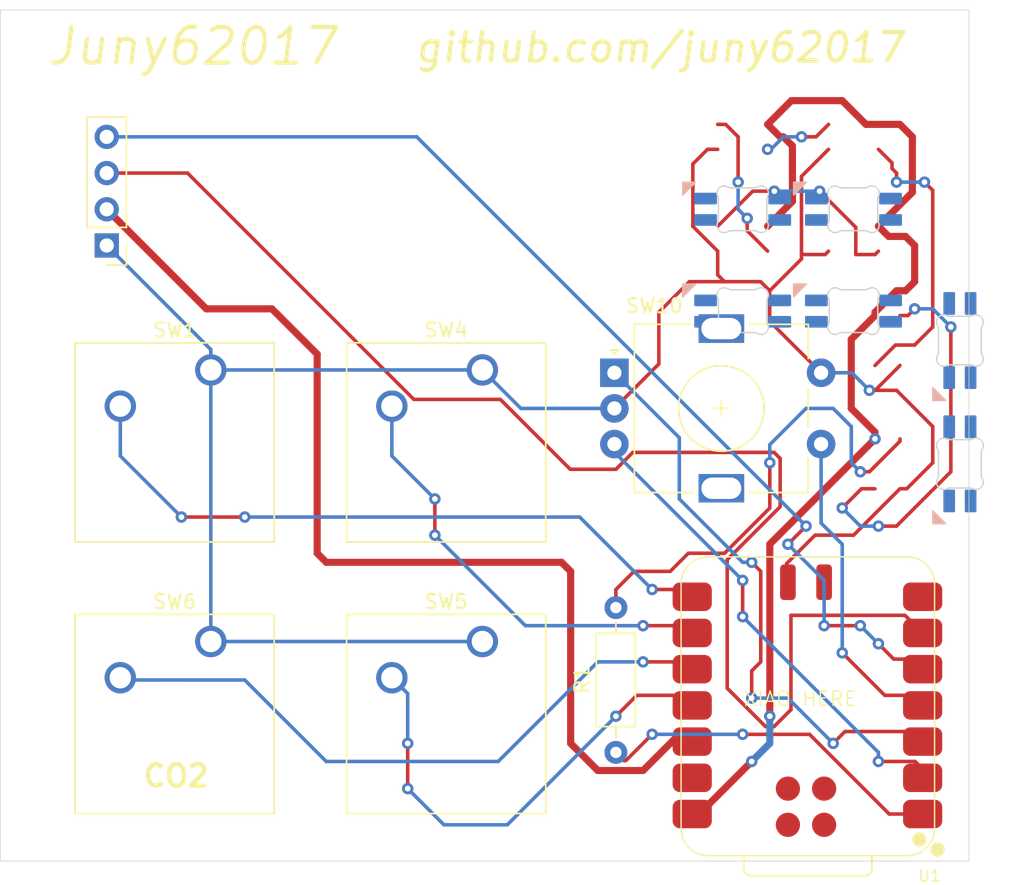
<source format=kicad_pcb>
(kicad_pcb (version 20241229) (generator "pcbnew") (generator_version "9.0")
  (layers (0 "F.Cu" signal) (2 "B.Cu" signal) (13 "F.Paste" user) (15 "B.Paste" user) (5 "F.SilkS" user "F.Silkscreen") (7 "B.SilkS" user "B.Silkscreen") (1 "F.Mask" user) (3 "B.Mask" user) (25 "Edge.Cuts" user))
  (net 0 "")
  (net 1 "GND")
  (net 2 "Net-(D2-DOUT)")
  (net 3 "Net-(D2-DIN)")
  (net 4 "+5V")
  (net 5 "Net-(D3-DOUT)")
  (net 6 "Net-(D5-DIN)")
  (net 7 "Net-(D8-DOUT)")
  (net 8 "+3.3V")
  (net 9 "Net-(J1-Pin_3)")
  (net 10 "Net-(J1-Pin_4)")
  (net 11 "Net-(U1-GPIO26_A0_D0)")
  (net 12 "Net-(U1-GPIO1_D7_CSn_RX)")
  (net 13 "Net-(U1-GPIO2_D8_SCK)")
  (net 14 "Net-(U1-GPIO3_D10_MOSI)")
  (net 15 "Net-(U1-GPIO4_D9_MISO)")
  (net 16 "Net-(U1-GPIO28_A2_D2)")
  (net 17 "Net-(U1-GPIO29_A3_D3)")
  (net 18 "Net-(U1-GPIO27_A1_D1)")
  (net 26 "Net-(D4-DIN)")
  (footprint "Connector_PinHeader_2.54mm:PinHeader_1x04_P2.54mm_Vertical" (layer "F.Cu") (at 80.48625 92.71 180)
    (property "Reference" "J1" (hide yes))
    (property "Value" "Conn_01x04" (hide yes))
    (pad "1" thru_hole rect (at 0 0 180) (size 1.7 1.7) (drill 1) (layers "*.Cu" "*.Mask") (net 1 "GND"))
    (pad "2" thru_hole circle (at 0 2.54 180) (size 1.7 1.7) (drill 1) (layers "*.Cu" "*.Mask") (net 8 "+3.3V"))
    (pad "3" thru_hole circle (at 0 5.08 180) (size 1.7 1.7) (drill 1) (layers "*.Cu" "*.Mask") (net 9 "Net-(J1-Pin_3)"))
    (pad "4" thru_hole circle (at 0 7.62 180) (size 1.7 1.7) (drill 1) (layers "*.Cu" "*.Mask") (net 10 "Net-(J1-Pin_4)"))
  )
  (footprint "Button_Switch_Keyboard:SW_Cherry_MX_1.00u_PCB" (layer "F.Cu") (at 87.78875 101.44125)
    (property "Reference" "SW1" (at -2.54 -2.794 0) (layer "F.SilkS"))
    (property "Value" "SW_Push")
    (pad "" np_thru_hole circle (at -7.62 5.08) (size 1.7 1.7) (drill 1.7) (layers "*.Cu" "*.Mask"))
    (pad "" np_thru_hole circle (at -2.54 5.08) (size 4 4) (drill 4) (layers "*.Cu" "*.Mask"))
    (pad "" np_thru_hole circle (at 2.54 5.08) (size 1.7 1.7) (drill 1.7) (layers "*.Cu" "*.Mask"))
    (pad "1" thru_hole circle (at 0 0) (size 2.2 2.2) (drill 1.5) (layers "*.Cu" "*.Mask") (net 1 "GND"))
    (pad "2" thru_hole circle (at -6.35 2.54) (size 2.2 2.2) (drill 1.5) (layers "*.Cu" "*.Mask") (net 12 "Net-(U1-GPIO1_D7_CSn_RX)"))
  )
  (footprint "Button_Switch_Keyboard:SW_Cherry_MX_1.00u_PCB" (layer "F.Cu") (at 106.83875 101.44125)
    (property "Reference" "SW4" (at -2.54 -2.794 0) (layer "F.SilkS"))
    (property "Value" "SW_Push")
    (pad "" np_thru_hole circle (at -7.62 5.08) (size 1.7 1.7) (drill 1.7) (layers "*.Cu" "*.Mask"))
    (pad "" np_thru_hole circle (at -2.54 5.08) (size 4 4) (drill 4) (layers "*.Cu" "*.Mask"))
    (pad "" np_thru_hole circle (at 2.54 5.08) (size 1.7 1.7) (drill 1.7) (layers "*.Cu" "*.Mask"))
    (pad "1" thru_hole circle (at 0 0) (size 2.2 2.2) (drill 1.5) (layers "*.Cu" "*.Mask") (net 1 "GND"))
    (pad "2" thru_hole circle (at -6.35 2.54) (size 2.2 2.2) (drill 1.5) (layers "*.Cu" "*.Mask") (net 13 "Net-(U1-GPIO2_D8_SCK)"))
  )
  (footprint "Hackclub Footprints:MX_SK6812MINI-E_REV" (layer "F.Cu") (at 132.87 85.09)
    (property "Reference" "D3" (hide yes))
    (property "Value" "SK6812MINI")
    (fp_line (start -1.699999 5.782842) (end -1.699999 4.377158) (stroke (width 0.1)) (layer "Edge.Cuts"))
    (fp_line (start -0.794452 3.58) (end 0.794452 3.58) (stroke (width 0.1)) (layer "Edge.Cuts"))
    (fp_line (start 0.794452 6.579999) (end -0.794453 6.579999) (stroke (width 0.1)) (layer "Edge.Cuts"))
    (fp_line (start 1.699999 4.377158) (end 1.699999 5.782842) (stroke (width 0.1)) (layer "Edge.Cuts"))
    (fp_arc (start -1.749484 4.16028) (mid -1.712527 4.265932) (end -1.699999 4.377158) (stroke (width 0.1)) (layer "Edge.Cuts"))
    (fp_arc (start -1.749484 4.160281) (mid -1.638072 3.575965) (end -1.046711 3.511701) (stroke (width 0.1)) (layer "Edge.Cuts"))
    (fp_arc (start -1.699999 5.782843) (mid -1.712527 5.894068) (end -1.749484 5.99972) (stroke (width 0.1)) (layer "Edge.Cuts"))
    (fp_arc (start -1.046711 6.648298) (mid -1.638071 6.584034) (end -1.749484 5.99972) (stroke (width 0.1)) (layer "Edge.Cuts"))
    (fp_arc (start -1.046711 6.648298) (mid -0.925123 6.597376) (end -0.794453 6.579999) (stroke (width 0.1)) (layer "Edge.Cuts"))
    (fp_arc (start -0.794452 3.58) (mid -0.925123 3.562623) (end -1.046711 3.511701) (stroke (width 0.1)) (layer "Edge.Cuts"))
    (fp_arc (start 0.794453 6.58) (mid 0.925123 6.597377) (end 1.046711 6.648299) (stroke (width 0.1)) (layer "Edge.Cuts"))
    (fp_arc (start 1.04671 3.511701) (mid 0.925122 3.562623) (end 0.794452 3.58) (stroke (width 0.1)) (layer "Edge.Cuts"))
    (fp_arc (start 1.046711 3.511703) (mid 1.63807 3.575966) (end 1.749484 4.16028) (stroke (width 0.1)) (layer "Edge.Cuts"))
    (fp_arc (start 1.699999 4.377157) (mid 1.712527 4.265932) (end 1.749484 4.16028) (stroke (width 0.1)) (layer "Edge.Cuts"))
    (fp_arc (start 1.749484 5.99972) (mid 1.638071 6.584035) (end 1.046711 6.648299) (stroke (width 0.1)) (layer "Edge.Cuts"))
    (fp_arc (start 1.749484 5.99972) (mid 1.712527 5.894068) (end 1.699999 5.782842) (stroke (width 0.1)) (layer "Edge.Cuts"))
    (pad "1" smd roundrect (at 2.6 5.83 90) (size 0.82 1.6) (layers "B.Cu" "B.Mask" "B.Paste") (roundrect_rratio 0.1) (net 5 "Net-(D3-DOUT)"))
    (pad "2" smd roundrect (at 2.6 4.33 90) (size 0.82 1.6) (layers "B.Cu" "B.Mask" "B.Paste") (roundrect_rratio 0.1) (net 1 "GND"))
    (pad "3" smd roundrect (at -2.6 4.33 90) (size 0.82 1.6) (layers "B.Cu" "B.Mask" "B.Paste") (roundrect_rratio 0.1) (net 2 "Net-(D2-DOUT)"))
    (pad "4" smd roundrect (at -2.6 5.83 90) (size 0.82 1.6) (layers "B.Cu" "B.Mask" "B.Paste") (roundrect_rratio 0.1) (net 4 "+5V"))
  )
  (footprint "Hackclub Footprints:MX_SK6812MINI-E_REV" (layer "F.Cu") (at 125.095 92.23375)
    (property "Reference" "D9" (hide yes))
    (property "Value" "SK6812MINI")
    (fp_line (start -1.699999 5.782842) (end -1.699999 4.377158) (stroke (width 0.1)) (layer "Edge.Cuts"))
    (fp_line (start -0.794452 3.58) (end 0.794452 3.58) (stroke (width 0.1)) (layer "Edge.Cuts"))
    (fp_line (start 0.794452 6.579999) (end -0.794453 6.579999) (stroke (width 0.1)) (layer "Edge.Cuts"))
    (fp_line (start 1.699999 4.377158) (end 1.699999 5.782842) (stroke (width 0.1)) (layer "Edge.Cuts"))
    (fp_arc (start -1.749484 4.16028) (mid -1.712527 4.265932) (end -1.699999 4.377158) (stroke (width 0.1)) (layer "Edge.Cuts"))
    (fp_arc (start -1.749484 4.160281) (mid -1.638072 3.575965) (end -1.046711 3.511701) (stroke (width 0.1)) (layer "Edge.Cuts"))
    (fp_arc (start -1.699999 5.782843) (mid -1.712527 5.894068) (end -1.749484 5.99972) (stroke (width 0.1)) (layer "Edge.Cuts"))
    (fp_arc (start -1.046711 6.648298) (mid -1.638071 6.584034) (end -1.749484 5.99972) (stroke (width 0.1)) (layer "Edge.Cuts"))
    (fp_arc (start -1.046711 6.648298) (mid -0.925123 6.597376) (end -0.794453 6.579999) (stroke (width 0.1)) (layer "Edge.Cuts"))
    (fp_arc (start -0.794452 3.58) (mid -0.925123 3.562623) (end -1.046711 3.511701) (stroke (width 0.1)) (layer "Edge.Cuts"))
    (fp_arc (start 0.794453 6.58) (mid 0.925123 6.597377) (end 1.046711 6.648299) (stroke (width 0.1)) (layer "Edge.Cuts"))
    (fp_arc (start 1.04671 3.511701) (mid 0.925122 3.562623) (end 0.794452 3.58) (stroke (width 0.1)) (layer "Edge.Cuts"))
    (fp_arc (start 1.046711 3.511703) (mid 1.63807 3.575966) (end 1.749484 4.16028) (stroke (width 0.1)) (layer "Edge.Cuts"))
    (fp_arc (start 1.699999 4.377157) (mid 1.712527 4.265932) (end 1.749484 4.16028) (stroke (width 0.1)) (layer "Edge.Cuts"))
    (fp_arc (start 1.749484 5.99972) (mid 1.638071 6.584035) (end 1.046711 6.648299) (stroke (width 0.1)) (layer "Edge.Cuts"))
    (fp_arc (start 1.749484 5.99972) (mid 1.712527 5.894068) (end 1.699999 5.782842) (stroke (width 0.1)) (layer "Edge.Cuts"))
    (pad "1" smd roundrect (at 2.6 5.83 90) (size 0.82 1.6) (layers "B.Cu" "B.Mask" "B.Paste") (roundrect_rratio 0.1) (net 6 "Net-(D5-DIN)"))
    (pad "2" smd roundrect (at 2.6 4.33 90) (size 0.82 1.6) (layers "B.Cu" "B.Mask" "B.Paste") (roundrect_rratio 0.1) (net 1 "GND"))
    (pad "3" smd roundrect (at -2.6 4.33 90) (size 0.82 1.6) (layers "B.Cu" "B.Mask" "B.Paste") (roundrect_rratio 0.1) (net 7 "Net-(D8-DOUT)"))
    (pad "4" smd roundrect (at -2.6 5.83 90) (size 0.82 1.6) (layers "B.Cu" "B.Mask" "B.Paste") (roundrect_rratio 0.1) (net 4 "+5V"))
  )
  (footprint "Button_Switch_Keyboard:SW_Cherry_MX_1.00u_PCB" (layer "F.Cu") (at 87.78875 120.49125)
    (property "Reference" "SW6" (at -2.54 -2.794 0) (layer "F.SilkS"))
    (property "Value" "SW_Push")
    (pad "" np_thru_hole circle (at -7.62 5.08) (size 1.7 1.7) (drill 1.7) (layers "*.Cu" "*.Mask"))
    (pad "" np_thru_hole circle (at -2.54 5.08) (size 4 4) (drill 4) (layers "*.Cu" "*.Mask"))
    (pad "" np_thru_hole circle (at 2.54 5.08) (size 1.7 1.7) (drill 1.7) (layers "*.Cu" "*.Mask"))
    (pad "1" thru_hole circle (at 0 0) (size 2.2 2.2) (drill 1.5) (layers "*.Cu" "*.Mask") (net 1 "GND"))
    (pad "2" thru_hole circle (at -6.35 2.54) (size 2.2 2.2) (drill 1.5) (layers "*.Cu" "*.Mask") (net 15 "Net-(U1-GPIO4_D9_MISO)"))
  )
  (footprint "Resistor_THT:R_Axial_DIN0207_L6.3mm_D2.5mm_P10.16mm_Horizontal" (layer "F.Cu") (at 116.205 128.27 90)
    (property "Reference" "R1" (at 5.08 -2.37 90) (layer "F.SilkS"))
    (property "Value" "R")
    (pad "1" thru_hole circle (at 0 0 90) (size 1.6 1.6) (drill 0.8) (layers "*.Cu" "*.Mask") (net 11 "Net-(U1-GPIO26_A0_D0)"))
    (pad "2" thru_hole circle (at 10.16 0 90) (size 1.6 1.6) (drill 0.8) (layers "*.Cu" "*.Mask") (net 26 "Net-(D4-DIN)"))
  )
  (footprint "Rotary_Encoder:RotaryEncoder_Alps_EC11E-Switch_Vertical_H20mm" (layer "F.Cu") (at 116.09875 101.64)
    (property "Reference" "SW10" (at 2.8 -4.7 0) (layer "F.SilkS"))
    (property "Value" "RotaryEncoder_Switch")
    (pad "A" thru_hole rect (at 0 0) (size 2 2) (drill 1) (layers "*.Cu" "*.Mask") (net 16 "Net-(U1-GPIO28_A2_D2)"))
    (pad "B" thru_hole circle (at 0 5) (size 2 2) (drill 1) (layers "*.Cu" "*.Mask") (net 18 "Net-(U1-GPIO27_A1_D1)"))
    (pad "C" thru_hole circle (at 0 2.5) (size 2 2) (drill 1) (layers "*.Cu" "*.Mask") (net 1 "GND"))
    (pad "MP" thru_hole rect (at 7.5 -3.1) (size 3.2 2) (drill oval 2.8 1.5) (layers "*.Cu" "*.Mask"))
    (pad "MP" thru_hole rect (at 7.5 8.1) (size 3.2 2) (drill oval 2.8 1.5) (layers "*.Cu" "*.Mask"))
    (pad "S1" thru_hole circle (at 14.5 5) (size 2 2) (drill 1) (layers "*.Cu" "*.Mask") (net 17 "Net-(U1-GPIO29_A3_D3)"))
    (pad "S2" thru_hole circle (at 14.5 0) (size 2 2) (drill 1) (layers "*.Cu" "*.Mask") (net 1 "GND"))
  )
  (footprint "Hackclub Footprints:MX_SK6812MINI-E_REV" (layer "F.Cu") (at 135.255 108.0275 90)
    (property "Reference" "D4" (hide yes))
    (property "Value" "SK6812MINI")
    (fp_line (start -0.794452 3.58) (end 0.794452 3.58) (stroke (width 0.1)) (layer "Edge.Cuts"))
    (fp_line (start 1.699999 4.377158) (end 1.699999 5.782842) (stroke (width 0.1)) (layer "Edge.Cuts"))
    (fp_line (start -1.699999 5.782842) (end -1.699999 4.377158) (stroke (width 0.1)) (layer "Edge.Cuts"))
    (fp_line (start 0.794452 6.579999) (end -0.794453 6.579999) (stroke (width 0.1)) (layer "Edge.Cuts"))
    (fp_arc (start 1.04671 3.511701) (mid 0.925122 3.562623) (end 0.794452 3.58) (stroke (width 0.1)) (layer "Edge.Cuts"))
    (fp_arc (start 1.046711 3.511703) (mid 1.63807 3.575966) (end 1.749484 4.16028) (stroke (width 0.1)) (layer "Edge.Cuts"))
    (fp_arc (start -0.794452 3.58) (mid -0.925123 3.562623) (end -1.046711 3.511701) (stroke (width 0.1)) (layer "Edge.Cuts"))
    (fp_arc (start -1.749484 4.16028) (mid -1.712527 4.265932) (end -1.699999 4.377158) (stroke (width 0.1)) (layer "Edge.Cuts"))
    (fp_arc (start -1.749484 4.160281) (mid -1.638072 3.575965) (end -1.046711 3.511701) (stroke (width 0.1)) (layer "Edge.Cuts"))
    (fp_arc (start 1.699999 4.377157) (mid 1.712527 4.265932) (end 1.749484 4.16028) (stroke (width 0.1)) (layer "Edge.Cuts"))
    (fp_arc (start -1.699999 5.782843) (mid -1.712527 5.894068) (end -1.749484 5.99972) (stroke (width 0.1)) (layer "Edge.Cuts"))
    (fp_arc (start 1.749484 5.99972) (mid 1.712527 5.894068) (end 1.699999 5.782842) (stroke (width 0.1)) (layer "Edge.Cuts"))
    (fp_arc (start 1.749484 5.99972) (mid 1.638071 6.584035) (end 1.046711 6.648299) (stroke (width 0.1)) (layer "Edge.Cuts"))
    (fp_arc (start 0.794453 6.58) (mid 0.925123 6.597377) (end 1.046711 6.648299) (stroke (width 0.1)) (layer "Edge.Cuts"))
    (fp_arc (start -1.046711 6.648298) (mid -1.638071 6.584034) (end -1.749484 5.99972) (stroke (width 0.1)) (layer "Edge.Cuts"))
    (fp_arc (start -1.046711 6.648298) (mid -0.925123 6.597376) (end -0.794453 6.579999) (stroke (width 0.1)) (layer "Edge.Cuts"))
    (pad "1" smd roundrect (at 2.6 5.83 180) (size 0.82 1.6) (layers "B.Cu" "B.Mask" "B.Paste") (roundrect_rratio 0.1) (net 3 "Net-(D2-DIN)"))
    (pad "2" smd roundrect (at 2.6 4.33 180) (size 0.82 1.6) (layers "B.Cu" "B.Mask" "B.Paste") (roundrect_rratio 0.1) (net 1 "GND"))
    (pad "3" smd roundrect (at -2.6 4.33 180) (size 0.82 1.6) (layers "B.Cu" "B.Mask" "B.Paste") (roundrect_rratio 0.1) (net 26 "Net-(D4-DIN)"))
    (pad "4" smd roundrect (at -2.6 5.83 180) (size 0.82 1.6) (layers "B.Cu" "B.Mask" "B.Paste") (roundrect_rratio 0.1) (net 4 "+5V"))
  )
  (footprint "opl:XIAO-RP2040-SMD" (layer "F.Cu") (at 129.722 124.972 180)
    (property "Reference" "U1" (at -9.335 -11.5 0) (layer "F.SilkS") (effects (font (size 0.78232 0.78232) (thickness 0.10668)) (justify right top)))
    (property "Value" "XIAO-RP2040-SMD" (hide yes))
    (pad "1" smd roundrect (at -8 -7.62 180) (size 2.75 2) (layers "F.Cu" "F.Mask" "F.Paste") (net 11 "Net-(U1-GPIO26_A0_D0)"))
    (pad "2" smd roundrect (at -8 -5.08 180) (size 2.75 2) (layers "F.Cu" "F.Mask" "F.Paste") (net 18 "Net-(U1-GPIO27_A1_D1)"))
    (pad "3" smd roundrect (at -8 -2.54 180) (size 2.75 2) (layers "F.Cu" "F.Mask" "F.Paste") (net 16 "Net-(U1-GPIO28_A2_D2)"))
    (pad "4" smd roundrect (at -8 0 180) (size 2.75 2) (layers "F.Cu" "F.Mask" "F.Paste") (net 17 "Net-(U1-GPIO29_A3_D3)"))
    (pad "5" smd roundrect (at -8 2.54 180) (size 2.75 2) (layers "F.Cu" "F.Mask" "F.Paste") (net 10 "Net-(J1-Pin_4)"))
    (pad "6" smd roundrect (at -8 5.08 180) (size 2.75 2) (layers "F.Cu" "F.Mask" "F.Paste") (net 9 "Net-(J1-Pin_3)"))
    (pad "7" smd roundrect (at -8 7.62 180) (size 2.75 2) (layers "F.Cu" "F.Mask" "F.Paste"))
    (pad "8" smd roundrect (at 8.165 7.62 180) (size 2.75 2) (layers "F.Cu" "F.Mask" "F.Paste") (net 12 "Net-(U1-GPIO1_D7_CSn_RX)"))
    (pad "9" smd roundrect (at 8.165 5.08 180) (size 2.75 2) (layers "F.Cu" "F.Mask" "F.Paste") (net 13 "Net-(U1-GPIO2_D8_SCK)"))
    (pad "10" smd roundrect (at 8.165 2.54 180) (size 2.75 2) (layers "F.Cu" "F.Mask" "F.Paste") (net 15 "Net-(U1-GPIO4_D9_MISO)"))
    (pad "11" smd roundrect (at 8.165 0 180) (size 2.75 2) (layers "F.Cu" "F.Mask" "F.Paste") (net 14 "Net-(U1-GPIO3_D10_MOSI)"))
    (pad "12" smd roundrect (at 8.165 -2.54 180) (size 2.75 2) (layers "F.Cu" "F.Mask" "F.Paste") (net 8 "+3.3V"))
    (pad "13" smd roundrect (at 8.165 -5.08 180) (size 2.75 2) (layers "F.Cu" "F.Mask" "F.Paste"))
    (pad "14" smd roundrect (at 8.165 -7.62 180) (size 2.75 2) (layers "F.Cu" "F.Mask" "F.Paste") (net 4 "+5V"))
    (pad "15" smd roundrect (at -1.088 8.64 90) (size 2.5 1.1) (layers "F.Cu" "F.Mask" "F.Paste"))
    (pad "16" smd roundrect (at 1.452 8.64 90) (size 2.5 1.1) (layers "F.Cu" "F.Mask" "F.Paste") (net 1 "GND"))
    (pad "17" smd circle (at -1.088 -8.378 180) (size 1.7 1.7) (layers "F.Cu" "F.Mask" "F.Paste"))
    (pad "18" smd circle (at 1.452 -8.378 180) (size 1.7 1.7) (layers "F.Cu" "F.Mask" "F.Paste"))
    (pad "19" smd circle (at -1.088 -5.838 180) (size 1.7 1.7) (layers "F.Cu" "F.Mask" "F.Paste"))
    (pad "20" smd circle (at 1.452 -5.838 180) (size 1.7 1.7) (layers "F.Cu" "F.Mask" "F.Paste"))
  )
  (footprint "Hackclub Footprints:MX_SK6812MINI-E_REV" (layer "F.Cu") (at 125.095 85.09)
    (property "Reference" "D8" (hide yes))
    (property "Value" "SK6812MINI")
    (fp_line (start -1.699999 5.782842) (end -1.699999 4.377158) (stroke (width 0.1)) (layer "Edge.Cuts"))
    (fp_line (start -0.794452 3.58) (end 0.794452 3.58) (stroke (width 0.1)) (layer "Edge.Cuts"))
    (fp_line (start 0.794452 6.579999) (end -0.794453 6.579999) (stroke (width 0.1)) (layer "Edge.Cuts"))
    (fp_line (start 1.699999 4.377158) (end 1.699999 5.782842) (stroke (width 0.1)) (layer "Edge.Cuts"))
    (fp_arc (start -1.749484 4.16028) (mid -1.712527 4.265932) (end -1.699999 4.377158) (stroke (width 0.1)) (layer "Edge.Cuts"))
    (fp_arc (start -1.749484 4.160281) (mid -1.638072 3.575965) (end -1.046711 3.511701) (stroke (width 0.1)) (layer "Edge.Cuts"))
    (fp_arc (start -1.699999 5.782843) (mid -1.712527 5.894068) (end -1.749484 5.99972) (stroke (width 0.1)) (layer "Edge.Cuts"))
    (fp_arc (start -1.046711 6.648298) (mid -1.638071 6.584034) (end -1.749484 5.99972) (stroke (width 0.1)) (layer "Edge.Cuts"))
    (fp_arc (start -1.046711 6.648298) (mid -0.925123 6.597376) (end -0.794453 6.579999) (stroke (width 0.1)) (layer "Edge.Cuts"))
    (fp_arc (start -0.794452 3.58) (mid -0.925123 3.562623) (end -1.046711 3.511701) (stroke (width 0.1)) (layer "Edge.Cuts"))
    (fp_arc (start 0.794453 6.58) (mid 0.925123 6.597377) (end 1.046711 6.648299) (stroke (width 0.1)) (layer "Edge.Cuts"))
    (fp_arc (start 1.04671 3.511701) (mid 0.925122 3.562623) (end 0.794452 3.58) (stroke (width 0.1)) (layer "Edge.Cuts"))
    (fp_arc (start 1.046711 3.511703) (mid 1.63807 3.575966) (end 1.749484 4.16028) (stroke (width 0.1)) (layer "Edge.Cuts"))
    (fp_arc (start 1.699999 4.377157) (mid 1.712527 4.265932) (end 1.749484 4.16028) (stroke (width 0.1)) (layer "Edge.Cuts"))
    (fp_arc (start 1.749484 5.99972) (mid 1.638071 6.584035) (end 1.046711 6.648299) (stroke (width 0.1)) (layer "Edge.Cuts"))
    (fp_arc (start 1.749484 5.99972) (mid 1.712527 5.894068) (end 1.699999 5.782842) (stroke (width 0.1)) (layer "Edge.Cuts"))
    (pad "1" smd roundrect (at 2.6 5.83 90) (size 0.82 1.6) (layers "B.Cu" "B.Mask" "B.Paste") (roundrect_rratio 0.1) (net 7 "Net-(D8-DOUT)"))
    (pad "2" smd roundrect (at 2.6 4.33 90) (size 0.82 1.6) (layers "B.Cu" "B.Mask" "B.Paste") (roundrect_rratio 0.1) (net 1 "GND"))
    (pad "3" smd roundrect (at -2.6 4.33 90) (size 0.82 1.6) (layers "B.Cu" "B.Mask" "B.Paste") (roundrect_rratio 0.1) (net 5 "Net-(D3-DOUT)"))
    (pad "4" smd roundrect (at -2.6 5.83 90) (size 0.82 1.6) (layers "B.Cu" "B.Mask" "B.Paste") (roundrect_rratio 0.1) (net 4 "+5V"))
  )
  (footprint "Hackclub Footprints:MX_SK6812MINI-E_REV" (layer "F.Cu") (at 132.87 92.23375)
    (property "Reference" "D5" (hide yes))
    (property "Value" "SK6812MINI")
    (fp_line (start -1.699999 5.782842) (end -1.699999 4.377158) (stroke (width 0.1)) (layer "Edge.Cuts"))
    (fp_line (start -0.794452 3.58) (end 0.794452 3.58) (stroke (width 0.1)) (layer "Edge.Cuts"))
    (fp_line (start 0.794452 6.579999) (end -0.794453 6.579999) (stroke (width 0.1)) (layer "Edge.Cuts"))
    (fp_line (start 1.699999 4.377158) (end 1.699999 5.782842) (stroke (width 0.1)) (layer "Edge.Cuts"))
    (fp_arc (start -1.749484 4.16028) (mid -1.712527 4.265932) (end -1.699999 4.377158) (stroke (width 0.1)) (layer "Edge.Cuts"))
    (fp_arc (start -1.749484 4.160281) (mid -1.638072 3.575965) (end -1.046711 3.511701) (stroke (width 0.1)) (layer "Edge.Cuts"))
    (fp_arc (start -1.699999 5.782843) (mid -1.712527 5.894068) (end -1.749484 5.99972) (stroke (width 0.1)) (layer "Edge.Cuts"))
    (fp_arc (start -1.046711 6.648298) (mid -1.638071 6.584034) (end -1.749484 5.99972) (stroke (width 0.1)) (layer "Edge.Cuts"))
    (fp_arc (start -1.046711 6.648298) (mid -0.925123 6.597376) (end -0.794453 6.579999) (stroke (width 0.1)) (layer "Edge.Cuts"))
    (fp_arc (start -0.794452 3.58) (mid -0.925123 3.562623) (end -1.046711 3.511701) (stroke (width 0.1)) (layer "Edge.Cuts"))
    (fp_arc (start 0.794453 6.58) (mid 0.925123 6.597377) (end 1.046711 6.648299) (stroke (width 0.1)) (layer "Edge.Cuts"))
    (fp_arc (start 1.04671 3.511701) (mid 0.925122 3.562623) (end 0.794452 3.58) (stroke (width 0.1)) (layer "Edge.Cuts"))
    (fp_arc (start 1.046711 3.511703) (mid 1.63807 3.575966) (end 1.749484 4.16028) (stroke (width 0.1)) (layer "Edge.Cuts"))
    (fp_arc (start 1.699999 4.377157) (mid 1.712527 4.265932) (end 1.749484 4.16028) (stroke (width 0.1)) (layer "Edge.Cuts"))
    (fp_arc (start 1.749484 5.99972) (mid 1.638071 6.584035) (end 1.046711 6.648299) (stroke (width 0.1)) (layer "Edge.Cuts"))
    (fp_arc (start 1.749484 5.99972) (mid 1.712527 5.894068) (end 1.699999 5.782842) (stroke (width 0.1)) (layer "Edge.Cuts"))
    (pad "1" smd roundrect (at 2.6 5.83 90) (size 0.82 1.6) (layers "B.Cu" "B.Mask" "B.Paste") (roundrect_rratio 0.1))
    (pad "2" smd roundrect (at 2.6 4.33 90) (size 0.82 1.6) (layers "B.Cu" "B.Mask" "B.Paste") (roundrect_rratio 0.1) (net 1 "GND"))
    (pad "3" smd roundrect (at -2.6 4.33 90) (size 0.82 1.6) (layers "B.Cu" "B.Mask" "B.Paste") (roundrect_rratio 0.1) (net 6 "Net-(D5-DIN)"))
    (pad "4" smd roundrect (at -2.6 5.83 90) (size 0.82 1.6) (layers "B.Cu" "B.Mask" "B.Paste") (roundrect_rratio 0.1) (net 4 "+5V"))
  )
  (footprint "Button_Switch_Keyboard:SW_Cherry_MX_1.00u_PCB" (layer "F.Cu") (at 106.83875 120.49125)
    (property "Reference" "SW5" (at -2.54 -2.794 0) (layer "F.SilkS"))
    (property "Value" "SW_Push")
    (pad "" np_thru_hole circle (at -7.62 5.08) (size 1.7 1.7) (drill 1.7) (layers "*.Cu" "*.Mask"))
    (pad "" np_thru_hole circle (at -2.54 5.08) (size 4 4) (drill 4) (layers "*.Cu" "*.Mask"))
    (pad "" np_thru_hole circle (at 2.54 5.08) (size 1.7 1.7) (drill 1.7) (layers "*.Cu" "*.Mask"))
    (pad "1" thru_hole circle (at 0 0) (size 2.2 2.2) (drill 1.5) (layers "*.Cu" "*.Mask") (net 1 "GND"))
    (pad "2" thru_hole circle (at -6.35 2.54) (size 2.2 2.2) (drill 1.5) (layers "*.Cu" "*.Mask") (net 14 "Net-(U1-GPIO3_D10_MOSI)"))
  )
  (footprint "Hackclub Footprints:MX_SK6812MINI-E_REV" (layer "F.Cu") (at 135.255 99.3775 90)
    (property "Reference" "D2" (hide yes))
    (property "Value" "SK6812MINI")
    (fp_line (start -0.794452 3.58) (end 0.794452 3.58) (stroke (width 0.1)) (layer "Edge.Cuts"))
    (fp_line (start 1.699999 4.377158) (end 1.699999 5.782842) (stroke (width 0.1)) (layer "Edge.Cuts"))
    (fp_line (start -1.699999 5.782842) (end -1.699999 4.377158) (stroke (width 0.1)) (layer "Edge.Cuts"))
    (fp_line (start 0.794452 6.579999) (end -0.794453 6.579999) (stroke (width 0.1)) (layer "Edge.Cuts"))
    (fp_arc (start 1.04671 3.511701) (mid 0.925122 3.562623) (end 0.794452 3.58) (stroke (width 0.1)) (layer "Edge.Cuts"))
    (fp_arc (start 1.046711 3.511703) (mid 1.63807 3.575966) (end 1.749484 4.16028) (stroke (width 0.1)) (layer "Edge.Cuts"))
    (fp_arc (start -0.794452 3.58) (mid -0.925123 3.562623) (end -1.046711 3.511701) (stroke (width 0.1)) (layer "Edge.Cuts"))
    (fp_arc (start -1.749484 4.16028) (mid -1.712527 4.265932) (end -1.699999 4.377158) (stroke (width 0.1)) (layer "Edge.Cuts"))
    (fp_arc (start -1.749484 4.160281) (mid -1.638072 3.575965) (end -1.046711 3.511701) (stroke (width 0.1)) (layer "Edge.Cuts"))
    (fp_arc (start 1.699999 4.377157) (mid 1.712527 4.265932) (end 1.749484 4.16028) (stroke (width 0.1)) (layer "Edge.Cuts"))
    (fp_arc (start -1.699999 5.782843) (mid -1.712527 5.894068) (end -1.749484 5.99972) (stroke (width 0.1)) (layer "Edge.Cuts"))
    (fp_arc (start 1.749484 5.99972) (mid 1.712527 5.894068) (end 1.699999 5.782842) (stroke (width 0.1)) (layer "Edge.Cuts"))
    (fp_arc (start 1.749484 5.99972) (mid 1.638071 6.584035) (end 1.046711 6.648299) (stroke (width 0.1)) (layer "Edge.Cuts"))
    (fp_arc (start 0.794453 6.58) (mid 0.925123 6.597377) (end 1.046711 6.648299) (stroke (width 0.1)) (layer "Edge.Cuts"))
    (fp_arc (start -1.046711 6.648298) (mid -1.638071 6.584034) (end -1.749484 5.99972) (stroke (width 0.1)) (layer "Edge.Cuts"))
    (fp_arc (start -1.046711 6.648298) (mid -0.925123 6.597376) (end -0.794453 6.579999) (stroke (width 0.1)) (layer "Edge.Cuts"))
    (pad "1" smd roundrect (at 2.6 5.83 180) (size 0.82 1.6) (layers "B.Cu" "B.Mask" "B.Paste") (roundrect_rratio 0.1) (net 2 "Net-(D2-DOUT)"))
    (pad "2" smd roundrect (at 2.6 4.33 180) (size 0.82 1.6) (layers "B.Cu" "B.Mask" "B.Paste") (roundrect_rratio 0.1) (net 1 "GND"))
    (pad "3" smd roundrect (at -2.6 4.33 180) (size 0.82 1.6) (layers "B.Cu" "B.Mask" "B.Paste") (roundrect_rratio 0.1) (net 3 "Net-(D2-DIN)"))
    (pad "4" smd roundrect (at -2.6 5.83 180) (size 0.82 1.6) (layers "B.Cu" "B.Mask" "B.Paste") (roundrect_rratio 0.1) (net 4 "+5V"))
  )
  (gr_rect (start 73.025 76.2) (end 140.97 135.89) (stroke (width 0.05)) (fill no) (layer "Edge.Cuts"))
  (gr_text "CO2" (at 82.9 130.8 0) (layer "F.SilkS") (effects (font (size 1.5 1.5) (thickness 0.3) (bold yes)) (justify left bottom)))
  (gr_text "XIAO HERE" (at 125.095 125.095 0) (layer "F.SilkS") (effects (font (size 1 1) (thickness 0.1)) (justify left bottom)))
  (gr_text "github.com/juny62017" (at 102 80 0) (layer "F.SilkS") (effects (font (size 2 2) (thickness 0.3) (bold yes) (italic yes)) (justify left bottom)))
  (gr_text "Juny62017" (at 76.2 80.2 0) (layer "F.SilkS") (effects (font (size 2.5 2.5) (thickness 0.3) (bold yes) (italic yes)) (justify left bottom)))
  (segment (start 132.8775 113.03) (end 130.175 113.03) (width 0.25) (layer "F.Cu") (net 1))
  (segment (start 123.345 94.77) (end 123.825 95.25) (width 0.25) (layer "F.Cu") (net 1))
  (segment (start 136.13 109.7775) (end 136.6025 109.7775) (width 0.25) (layer "F.Cu") (net 1))
  (segment (start 121.35875 95.25) (end 123.825 95.25) (width 0.25) (layer "F.Cu") (net 1))
  (segment (start 129.2225 87.8625) (end 129.2225 93.345) (width 0.25) (layer "F.Cu") (net 1))
  (segment (start 129.2225 87.8625) (end 131.12 85.965) (width 0.25) (layer "F.Cu") (net 1))
  (segment (start 138.43 107.95) (end 138.43 105.41) (width 0.25) (layer "F.Cu") (net 1))
  (segment (start 122.6325 85.965) (end 121.6025 86.995) (width 0.25) (layer "F.Cu") (net 1))
  (segment (start 129.2225 93.655) (end 126.9925 95.885) (width 0.25) (layer "F.Cu") (net 1))
  (segment (start 119.2175 101.02125) (end 116.09875 104.14) (width 0.25) (layer "F.Cu") (net 1))
  (segment (start 129.2225 93.345) (end 129.2225 93.655) (width 0.25) (layer "F.Cu") (net 1))
  (segment (start 126.3575 95.25) (end 126.9925 95.885) (width 0.25) (layer "F.Cu") (net 1))
  (segment (start 126.9925 95.885) (end 126.9925 98.03375) (width 0.25) (layer "F.Cu") (net 1))
  (segment (start 121.6025 91.36625) (end 123.345 93.10875) (width 0.25) (layer "F.Cu") (net 1))
  (segment (start 119.2175 101.02125) (end 119.2175 97.39125) (width 0.25) (layer "F.Cu") (net 1))
  (segment (start 133.985 102.87) (end 134.3875 102.87) (width 0.25) (layer "F.Cu") (net 1))
  (segment (start 130.88375 93.345) (end 129.2225 93.345) (width 0.25) (layer "F.Cu") (net 1))
  (segment (start 128.18425 115.02075) (end 128.18425 117.38925) (width 0.25) (layer "F.Cu") (net 1))
  (segment (start 131.12 93.10875) (end 130.88375 93.345) (width 0.25) (layer "F.Cu") (net 1))
  (segment (start 135.89 102.87) (end 133.985 102.87) (width 0.25) (layer "F.Cu") (net 1))
  (segment (start 123.345 85.965) (end 122.6325 85.965) (width 0.25) (layer "F.Cu") (net 1))
  (segment (start 130.175 113.03) (end 128.18425 115.02075) (width 0.25) (layer "F.Cu") (net 1))
  (segment (start 136.13 109.7775) (end 132.8775 113.03) (width 0.25) (layer "F.Cu") (net 1))
  (segment (start 126.9925 98.03375) (end 130.59875 101.64) (width 0.25) (layer "F.Cu") (net 1))
  (segment (start 123.825 95.25) (end 126.3575 95.25) (width 0.25) (layer "F.Cu") (net 1))
  (segment (start 121.6025 86.995) (end 121.6025 91.36625) (width 0.25) (layer "F.Cu") (net 1))
  (segment (start 136.6025 109.7775) (end 138.43 107.95) (width 0.25) (layer "F.Cu") (net 1))
  (segment (start 119.2175 97.39125) (end 121.35875 95.25) (width 0.25) (layer "F.Cu") (net 1))
  (segment (start 123.345 93.10875) (end 123.345 94.77) (width 0.25) (layer "F.Cu") (net 1))
  (segment (start 134.3875 102.87) (end 136.13 101.1275) (width 0.25) (layer "F.Cu") (net 1))
  (segment (start 138.43 105.41) (end 135.89 102.87) (width 0.25) (layer "F.Cu") (net 1))
  (via (at 133.985 102.87) (size 0.8) (drill 0.4) (layers "F.Cu" "B.Cu") (net 1))
  (segment (start 87.78875 120.49125) (end 106.83875 120.49125) (width 0.25) (layer "B.Cu") (net 1))
  (segment (start 87.78875 101.44125) (end 106.83875 101.44125) (width 0.25) (layer "B.Cu") (net 1))
  (segment (start 87.78875 101.44125) (end 87.78875 120.49125) (width 0.25) (layer "B.Cu") (net 1))
  (segment (start 87.78875 100.0125) (end 80.48625 92.71) (width 0.25) (layer "B.Cu") (net 1))
  (segment (start 87.78875 101.44125) (end 87.78875 100.0125) (width 0.25) (layer "B.Cu") (net 1))
  (segment (start 116.09875 104.14) (end 109.5375 104.14) (width 0.25) (layer "B.Cu") (net 1))
  (segment (start 130.59875 101.64) (end 132.755 101.64) (width 0.25) (layer "B.Cu") (net 1))
  (segment (start 132.755 101.64) (end 133.985 102.87) (width 0.25) (layer "B.Cu") (net 1))
  (segment (start 109.5375 104.14) (end 106.83875 101.44125) (width 0.25) (layer "B.Cu") (net 1))
  (segment (start 138.43 88.84375) (end 137.85125 88.265) (width 0.25) (layer "F.Cu") (net 2))
  (segment (start 138.43 98.425) (end 137.16 99.695) (width 0.25) (layer "F.Cu") (net 2))
  (segment (start 135.8125 99.695) (end 134.38 101.1275) (width 0.25) (layer "F.Cu") (net 2))
  (segment (start 135.89 88.265) (end 135.89 87.63) (width 0.25) (layer "F.Cu") (net 2))
  (segment (start 135.5725 87.3125) (end 135.5725 86.9175) (width 0.25) (layer "F.Cu") (net 2))
  (segment (start 135.89 87.63) (end 135.5725 87.3125) (width 0.25) (layer "F.Cu") (net 2))
  (segment (start 138.43 98.425) (end 138.43 88.84375) (width 0.25) (layer "F.Cu") (net 2))
  (segment (start 137.16 99.695) (end 135.8125 99.695) (width 0.25) (layer "F.Cu") (net 2))
  (segment (start 135.5725 86.9175) (end 134.62 85.965) (width 0.25) (layer "F.Cu") (net 2))
  (via (at 137.85125 88.265) (size 0.8) (drill 0.4) (layers "F.Cu" "B.Cu") (net 2))
  (via (at 135.89 88.265) (size 0.8) (drill 0.4) (layers "F.Cu" "B.Cu") (net 2))
  (segment (start 137.85125 88.265) (end 135.89 88.265) (width 0.25) (layer "B.Cu") (net 2))
  (segment (start 135.89 112.395) (end 134.62 112.395) (width 0.25) (layer "F.Cu") (net 3))
  (segment (start 139.7 108.585) (end 135.89 112.395) (width 0.25) (layer "F.Cu") (net 3))
  (segment (start 139.7 98.425) (end 139.7 108.585) (width 0.25) (layer "F.Cu") (net 3))
  (segment (start 136.6875 97.6275) (end 137.16 97.155) (width 0.25) (layer "F.Cu") (net 3))
  (segment (start 132.08 111.125) (end 133.4275 109.7775) (width 0.25) (layer "F.Cu") (net 3))
  (segment (start 136.13 97.6275) (end 136.6875 97.6275) (width 0.25) (layer "F.Cu") (net 3))
  (segment (start 133.4275 109.7775) (end 134.38 109.7775) (width 0.25) (layer "F.Cu") (net 3))
  (via (at 134.62 112.395) (size 0.8) (drill 0.4) (layers "F.Cu" "B.Cu") (net 3))
  (via (at 132.08 111.125) (size 0.8) (drill 0.4) (layers "F.Cu" "B.Cu") (net 3))
  (via (at 137.16 97.155) (size 0.8) (drill 0.4) (layers "F.Cu" "B.Cu") (net 3))
  (via (at 139.7 98.425) (size 0.8) (drill 0.4) (layers "F.Cu" "B.Cu") (net 3))
  (segment (start 132.08 111.125) (end 133.35 112.395) (width 0.25) (layer "B.Cu") (net 3))
  (segment (start 137.16 97.155) (end 138.43 97.155) (width 0.25) (layer "B.Cu") (net 3))
  (segment (start 134.62 112.395) (end 133.35 112.395) (width 0.25) (layer "B.Cu") (net 3))
  (segment (start 138.43 97.155) (end 139.7 98.425) (width 0.25) (layer "B.Cu") (net 3))
  (segment (start 127 125.73) (end 127 113.6575) (width 0.5) (layer "F.Cu") (net 4))
  (segment (start 134.62 91.35875) (end 135.33625 92.075) (width 0.5) (layer "F.Cu") (net 4))
  (segment (start 137.16 95.25) (end 136.525 95.885) (width 0.5) (layer "F.Cu") (net 4))
  (segment (start 136.12625 84.215) (end 137.00125 85.09) (width 0.5) (layer "F.Cu") (net 4))
  (segment (start 126.845 84.215) (end 127.72 85.09) (width 0.5) (layer "F.Cu") (net 4))
  (segment (start 127.72 85.09) (end 127.9525 85.09) (width 0.5) (layer "F.Cu") (net 4))
  (segment (start 137.16 92.71) (end 137.16 95.25) (width 0.5) (layer "F.Cu") (net 4))
  (segment (start 128.5875 89.61625) (end 126.845 91.35875) (width 0.5) (layer "F.Cu") (net 4))
  (segment (start 127.9525 85.09) (end 128.5875 85.725) (width 0.5) (layer "F.Cu") (net 4))
  (segment (start 132.715 99.2925) (end 134.38 97.6275) (width 0.5) (layer "F.Cu") (net 4))
  (segment (start 137.00125 88.9775) (end 134.62 91.35875) (width 0.5) (layer "F.Cu") (net 4))
  (segment (start 133.745 84.215) (end 132.08 82.55) (width 0.5) (layer "F.Cu") (net 4))
  (segment (start 121.557 132.592) (end 122.043 132.592) (width 0.5) (layer "F.Cu") (net 4))
  (segment (start 134.62 84.215) (end 133.745 84.215) (width 0.5) (layer "F.Cu") (net 4))
  (segment (start 128.51 82.55) (end 126.845 84.215) (width 0.5) (layer "F.Cu") (net 4))
  (segment (start 127 113.6575) (end 134.38 106.2775) (width 0.5) (layer "F.Cu") (net 4))
  (segment (start 135.33625 92.075) (end 136.525 92.075) (width 0.5) (layer "F.Cu") (net 4))
  (segment (start 134.38 106.2775) (end 134.38 105.805) (width 0.5) (layer "F.Cu") (net 4))
  (segment (start 132.715 104.14) (end 132.715 99.2925) (width 0.5) (layer "F.Cu") (net 4))
  (segment (start 134.38 97.395) (end 134.38 97.6275) (width 0.5) (layer "F.Cu") (net 4))
  (segment (start 136.525 92.075) (end 137.16 92.71) (width 0.5) (layer "F.Cu") (net 4))
  (segment (start 134.38 105.805) (end 132.715 104.14) (width 0.5) (layer "F.Cu") (net 4))
  (segment (start 136.525 95.885) (end 135.89 95.885) (width 0.5) (layer "F.Cu") (net 4))
  (segment (start 128.5875 85.725) (end 128.5875 89.61625) (width 0.5) (layer "F.Cu") (net 4))
  (segment (start 132.08 82.55) (end 128.51 82.55) (width 0.5) (layer "F.Cu") (net 4))
  (segment (start 134.62 84.215) (end 136.12625 84.215) (width 0.5) (layer "F.Cu") (net 4))
  (segment (start 135.89 95.885) (end 134.38 97.395) (width 0.5) (layer "F.Cu") (net 4))
  (segment (start 122.043 132.592) (end 125.73 128.905) (width 0.5) (layer "F.Cu") (net 4))
  (segment (start 137.00125 85.09) (end 137.00125 88.9775) (width 0.5) (layer "F.Cu") (net 4))
  (via (at 125.73 128.905) (size 0.8) (drill 0.4) (layers "F.Cu" "B.Cu") (net 4))
  (via (at 134.38 106.2775) (size 0.8) (drill 0.4) (layers "F.Cu" "B.Cu") (net 4))
  (via (at 127 125.73) (size 0.8) (drill 0.4) (layers "F.Cu" "B.Cu") (net 4))
  (segment (start 125.73 128.905) (end 127 127.635) (width 0.5) (layer "B.Cu") (net 4))
  (segment (start 127 127.635) (end 127 125.73) (width 0.5) (layer "B.Cu") (net 4))
  (segment (start 130.245 85.09) (end 129.2225 85.09) (width 0.25) (layer "F.Cu") (net 5))
  (segment (start 131.12 84.215) (end 130.245 85.09) (width 0.25) (layer "F.Cu") (net 5))
  (via (at 126.845 85.965) (size 0.8) (drill 0.4) (layers "F.Cu" "B.Cu") (net 5))
  (via (at 129.2225 85.09) (size 0.8) (drill 0.4) (layers "F.Cu" "B.Cu") (net 5))
  (segment (start 127.0775 85.965) (end 126.845 85.965) (width 0.25) (layer "B.Cu") (net 5))
  (segment (start 127.9525 85.09) (end 127.0775 85.965) (width 0.25) (layer "B.Cu") (net 5))
  (segment (start 129.2225 85.09) (end 127.9525 85.09) (width 0.25) (layer "B.Cu") (net 5))
  (segment (start 130.4925 88.9) (end 133.0325 91.44) (width 0.25) (layer "F.Cu") (net 6))
  (segment (start 123.345 91.35875) (end 125.80375 88.9) (width 0.25) (layer "F.Cu") (net 6))
  (segment (start 134.38375 93.345) (end 134.62 93.10875) (width 0.25) (layer "F.Cu") (net 6))
  (segment (start 133.0325 93.345) (end 134.38375 93.345) (width 0.25) (layer "F.Cu") (net 6))
  (segment (start 125.80375 88.9) (end 127.3175 88.9) (width 0.25) (layer "F.Cu") (net 6))
  (segment (start 133.0325 91.44) (end 133.0325 93.345) (width 0.25) (layer "F.Cu") (net 6))
  (via (at 127.3175 88.9) (size 0.8) (drill 0.4) (layers "F.Cu" "B.Cu") (net 6))
  (via (at 130.4925 88.9) (size 0.8) (drill 0.4) (layers "F.Cu" "B.Cu") (net 6))
  (segment (start 127.3175 88.9) (end 130.4925 88.9) (width 0.25) (layer "B.Cu") (net 6))
  (segment (start 125.4125 90.805) (end 125.4125 91.67625) (width 0.25) (layer "F.Cu") (net 7))
  (segment (start 124.7775 85.09) (end 124.7775 88.265) (width 0.25) (layer "F.Cu") (net 7))
  (segment (start 125.4125 91.67625) (end 126.845 93.10875) (width 0.25) (layer "F.Cu") (net 7))
  (segment (start 123.9025 84.215) (end 124.7775 85.09) (width 0.25) (layer "F.Cu") (net 7))
  (segment (start 123.345 84.215) (end 123.9025 84.215) (width 0.25) (layer "F.Cu") (net 7))
  (via (at 125.4125 90.805) (size 0.8) (drill 0.4) (layers "F.Cu" "B.Cu") (net 7))
  (via (at 124.7775 88.265) (size 0.8) (drill 0.4) (layers "F.Cu" "B.Cu") (net 7))
  (segment (start 124.7775 88.265) (end 124.7775 90.17) (width 0.25) (layer "B.Cu") (net 7))
  (segment (start 124.7775 90.17) (end 125.4125 90.805) (width 0.25) (layer "B.Cu") (net 7))
  (segment (start 95.885 114.935) (end 95.25 114.3) (width 0.5) (layer "F.Cu") (net 8))
  (segment (start 95.25 114.3) (end 95.25 100.33) (width 0.5) (layer "F.Cu") (net 8))
  (segment (start 112.395 114.935) (end 95.885 114.935) (width 0.5) (layer "F.Cu") (net 8))
  (segment (start 113.03 115.57) (end 112.395 114.935) (width 0.5) (layer "F.Cu") (net 8))
  (segment (start 92.075 97.155) (end 87.47125 97.155) (width 0.5) (layer "F.Cu") (net 8))
  (segment (start 118.11 129.54) (end 114.935 129.54) (width 0.5) (layer "F.Cu") (net 8))
  (segment (start 121.47125 126.8055) (end 120.8445 126.8055) (width 0.5) (layer "F.Cu") (net 8))
  (segment (start 95.25 100.33) (end 92.075 97.155) (width 0.5) (layer "F.Cu") (net 8))
  (segment (start 87.47125 97.155) (end 80.48625 90.17) (width 0.5) (layer "F.Cu") (net 8))
  (segment (start 114.935 129.54) (end 113.03 127.635) (width 0.5) (layer "F.Cu") (net 8))
  (segment (start 120.8445 126.8055) (end 118.11 129.54) (width 0.5) (layer "F.Cu") (net 8))
  (segment (start 113.03 127.635) (end 113.03 115.57) (width 0.5) (layer "F.Cu") (net 8))
  (segment (start 126.69928 126.456) (end 124.01181 123.76853) (width 0.25) (layer "F.Cu") (net 9))
  (segment (start 116.205 108.408998) (end 113.000324 108.408998) (width 0.25) (layer "F.Cu") (net 9))
  (segment (start 124.01181 123.76853) (end 124.01181 114.751) (width 0.25) (layer "F.Cu") (net 9))
  (segment (start 128.484438 118.654) (end 128.484438 125.272282) (width 0.25) (layer "F.Cu") (net 9))
  (segment (start 137.722 119.892) (end 136.484 118.654) (width 0.25) (layer "F.Cu") (net 9))
  (segment (start 113.000324 108.408998) (end 108.096326 103.505) (width 0.25) (layer "F.Cu") (net 9))
  (segment (start 136.484 118.654) (end 128.484438 118.654) (width 0.25) (layer "F.Cu") (net 9))
  (segment (start 102.029169 103.505) (end 86.154169 87.63) (width 0.25) (layer "F.Cu") (net 9))
  (segment (start 117.389998 107.224) (end 116.205 108.408998) (width 0.25) (layer "F.Cu") (net 9))
  (segment (start 86.154169 87.63) (end 80.48625 87.63) (width 0.25) (layer "F.Cu") (net 9))
  (segment (start 127.30072 107.224) (end 117.389998 107.224) (width 0.25) (layer "F.Cu") (net 9))
  (segment (start 124.01181 114.751) (end 127.726 111.03681) (width 0.25) (layer "F.Cu") (net 9))
  (segment (start 127.30072 126.456) (end 126.69928 126.456) (width 0.25) (layer "F.Cu") (net 9))
  (segment (start 127.726 111.03681) (end 127.726 107.64928) (width 0.25) (layer "F.Cu") (net 9))
  (segment (start 108.096326 103.505) (end 102.029169 103.505) (width 0.25) (layer "F.Cu") (net 9))
  (segment (start 128.484438 125.272282) (end 127.30072 126.456) (width 0.25) (layer "F.Cu") (net 9))
  (segment (start 127.726 107.64928) (end 127.30072 107.224) (width 0.25) (layer "F.Cu") (net 9))
  (segment (start 134.62 120.65) (end 135.6955 121.7255) (width 0.25) (layer "F.Cu") (net 10))
  (segment (start 135.6955 121.7255) (end 137.63625 121.7255) (width 0.25) (layer "F.Cu") (net 10))
  (segment (start 129.54 112.395) (end 128.27 113.665) (width 0.25) (layer "F.Cu") (net 10))
  (segment (start 130.81 119.38) (end 133.35 119.38) (width 0.25) (layer "F.Cu") (net 10))
  (via (at 129.54 112.395) (size 0.8) (drill 0.4) (layers "F.Cu" "B.Cu") (net 10))
  (via (at 130.81 119.38) (size 0.8) (drill 0.4) (layers "F.Cu" "B.Cu") (net 10))
  (via (at 128.27 113.665) (size 0.8) (drill 0.4) (layers "F.Cu" "B.Cu") (net 10))
  (via (at 134.62 120.65) (size 0.8) (drill 0.4) (layers "F.Cu" "B.Cu") (net 10))
  (via (at 133.35 119.38) (size 0.8) (drill 0.4) (layers "F.Cu" "B.Cu") (net 10))
  (segment (start 80.48625 85.09) (end 102.235 85.09) (width 0.25) (layer "B.Cu") (net 10))
  (segment (start 130.81 116.205) (end 130.81 119.38) (width 0.25) (layer "B.Cu") (net 10))
  (segment (start 133.35 119.38) (end 134.62 120.65) (width 0.25) (layer "B.Cu") (net 10))
  (segment (start 128.27 113.665) (end 130.81 116.205) (width 0.25) (layer "B.Cu") (net 10))
  (segment (start 102.235 85.09) (end 129.54 112.395) (width 0.25) (layer "B.Cu") (net 10))
  (segment (start 125.095 127) (end 129.78328 127) (width 0.25) (layer "F.Cu") (net 11))
  (segment (start 135.37528 132.592) (end 137.722 132.592) (width 0.25) (layer "F.Cu") (net 11))
  (segment (start 116.781 128.846) (end 116.899 128.846) (width 0.25) (layer "F.Cu") (net 11))
  (segment (start 116.899 128.846) (end 118.745 127) (width 0.25) (layer "F.Cu") (net 11))
  (segment (start 129.78328 127) (end 135.37528 132.592) (width 0.25) (layer "F.Cu") (net 11))
  (segment (start 116.205 128.27) (end 116.781 128.846) (width 0.25) (layer "F.Cu") (net 11))
  (via (at 125.095 127) (size 0.8) (drill 0.4) (layers "F.Cu" "B.Cu") (net 11))
  (via (at 118.745 127) (size 0.8) (drill 0.4) (layers "F.Cu" "B.Cu") (net 11))
  (segment (start 118.745 127) (end 125.095 127) (width 0.25) (layer "B.Cu") (net 11))
  (segment (start 118.745 116.84) (end 121.27675 116.84) (width 0.25) (layer "F.Cu") (net 12))
  (segment (start 85.725 111.76) (end 90.17 111.76) (width 0.25) (layer "F.Cu") (net 12))
  (via (at 90.17 111.76) (size 0.8) (drill 0.4) (layers "F.Cu" "B.Cu") (net 12))
  (via (at 118.745 116.84) (size 0.8) (drill 0.4) (layers "F.Cu" "B.Cu") (net 12))
  (via (at 85.725 111.76) (size 0.8) (drill 0.4) (layers "F.Cu" "B.Cu") (net 12))
  (segment (start 113.665 111.76) (end 118.745 116.84) (width 0.25) (layer "B.Cu") (net 12))
  (segment (start 81.43875 107.47375) (end 85.725 111.76) (width 0.25) (layer "B.Cu") (net 12))
  (segment (start 81.43875 103.98125) (end 81.43875 107.47375) (width 0.25) (layer "B.Cu") (net 12))
  (segment (start 90.17 111.76) (end 113.665 111.76) (width 0.25) (layer "B.Cu") (net 12))
  (segment (start 118.11 119.38) (end 121.27675 119.38) (width 0.25) (layer "F.Cu") (net 13))
  (segment (start 103.505 110.49) (end 103.505 113.03) (width 0.25) (layer "F.Cu") (net 13))
  (via (at 103.505 113.03) (size 0.8) (drill 0.4) (layers "F.Cu" "B.Cu") (net 13))
  (via (at 118.11 119.38) (size 0.8) (drill 0.4) (layers "F.Cu" "B.Cu") (net 13))
  (via (at 103.505 110.49) (size 0.8) (drill 0.4) (layers "F.Cu" "B.Cu") (net 13))
  (segment (start 103.505 113.03) (end 109.855 119.38) (width 0.25) (layer "B.Cu") (net 13))
  (segment (start 100.48875 107.47375) (end 103.505 110.49) (width 0.25) (layer "B.Cu") (net 13))
  (segment (start 100.48875 103.98125) (end 100.48875 107.47375) (width 0.25) (layer "B.Cu") (net 13))
  (segment (start 109.855 119.38) (end 118.11 119.38) (width 0.25) (layer "B.Cu") (net 13))
  (segment (start 117.6695 124.2655) (end 121.47125 124.2655) (width 0.25) (layer "F.Cu") (net 14))
  (segment (start 116.205 125.73) (end 117.6695 124.2655) (width 0.25) (layer "F.Cu") (net 14))
  (segment (start 101.6 127.635) (end 101.6 130.81) (width 0.25) (layer "F.Cu") (net 14))
  (via (at 101.6 130.81) (size 0.8) (drill 0.4) (layers "F.Cu" "B.Cu") (net 14))
  (via (at 116.205 125.73) (size 0.8) (drill 0.4) (layers "F.Cu" "B.Cu") (net 14))
  (via (at 101.6 127.635) (size 0.8) (drill 0.4) (layers "F.Cu" "B.Cu") (net 14))
  (segment (start 101.6 124.1425) (end 101.6 127.635) (width 0.25) (layer "B.Cu") (net 14))
  (segment (start 100.48875 123.03125) (end 101.6 124.1425) (width 0.25) (layer "B.Cu") (net 14))
  (segment (start 104.14 133.35) (end 108.585 133.35) (width 0.25) (layer "B.Cu") (net 14))
  (segment (start 101.6 130.81) (end 104.14 133.35) (width 0.25) (layer "B.Cu") (net 14))
  (segment (start 108.585 133.35) (end 116.205 125.73) (width 0.25) (layer "B.Cu") (net 14))
  (segment (start 118.11 121.92) (end 121.27675 121.92) (width 0.25) (layer "F.Cu") (net 15))
  (via (at 118.11 121.92) (size 0.8) (drill 0.4) (layers "F.Cu" "B.Cu") (net 15))
  (segment (start 114.935 121.92) (end 118.11 121.92) (width 0.25) (layer "B.Cu") (net 15))
  (segment (start 81.5975 123.19) (end 90.17 123.19) (width 0.25) (layer "B.Cu") (net 15))
  (segment (start 107.95 128.905) (end 114.935 121.92) (width 0.25) (layer "B.Cu") (net 15))
  (segment (start 81.43875 123.03125) (end 81.5975 123.19) (width 0.25) (layer "B.Cu") (net 15))
  (segment (start 95.885 128.905) (end 107.95 128.905) (width 0.25) (layer "B.Cu") (net 15))
  (segment (start 90.17 123.19) (end 95.885 128.905) (width 0.25) (layer "B.Cu") (net 15))
  (segment (start 126.365 115.57) (end 126.365 121.92) (width 0.25) (layer "F.Cu") (net 16))
  (segment (start 132.2745 126.8055) (end 137.63625 126.8055) (width 0.25) (layer "F.Cu") (net 16))
  (segment (start 125.73 114.935) (end 126.365 115.57) (width 0.25) (layer "F.Cu") (net 16))
  (segment (start 126.365 121.92) (end 125.73 122.555) (width 0.25) (layer "F.Cu") (net 16))
  (segment (start 125.73 122.555) (end 125.73 124.46) (width 0.25) (layer "F.Cu") (net 16))
  (segment (start 131.445 127.635) (end 132.2745 126.8055) (width 0.25) (layer "F.Cu") (net 16))
  (via (at 131.445 127.635) (size 0.8) (drill 0.4) (layers "F.Cu" "B.Cu") (net 16))
  (via (at 125.73 114.935) (size 0.8) (drill 0.4) (layers "F.Cu" "B.Cu") (net 16))
  (via (at 125.73 124.46) (size 0.8) (drill 0.4) (layers "F.Cu" "B.Cu") (net 16))
  (segment (start 125.73 124.46) (end 128.27 124.46) (width 0.25) (layer "B.Cu") (net 16))
  (segment (start 125.095 114.935) (end 125.73 114.935) (width 0.25) (layer "B.Cu") (net 16))
  (segment (start 116.09875 101.64) (end 120.65 106.19125) (width 0.25) (layer "B.Cu") (net 16))
  (segment (start 120.65 106.19125) (end 120.65 110.49) (width 0.25) (layer "B.Cu") (net 16))
  (segment (start 120.65 110.49) (end 125.095 114.935) (width 0.25) (layer "B.Cu") (net 16))
  (segment (start 128.27 124.46) (end 131.445 127.635) (width 0.25) (layer "B.Cu") (net 16))
  (segment (start 132.08 121.285) (end 135.0605 124.2655) (width 0.25) (layer "F.Cu") (net 17))
  (segment (start 135.0605 124.2655) (end 137.63625 124.2655) (width 0.25) (layer "F.Cu") (net 17))
  (via (at 132.08 121.285) (size 0.8) (drill 0.4) (layers "F.Cu" "B.Cu") (net 17))
  (segment (start 130.59875 106.64) (end 130.59875 112.18375) (width 0.25) (layer "B.Cu") (net 17))
  (segment (start 130.59875 112.18375) (end 132.08 113.665) (width 0.25) (layer "B.Cu") (net 17))
  (segment (start 132.08 113.665) (end 132.08 121.285) (width 0.25) (layer "B.Cu") (net 17))
  (segment (start 125.095 116.205) (end 125.095 118.745) (width 0.25) (layer "F.Cu") (net 18))
  (segment (start 137.19575 128.905) (end 137.63625 129.3455) (width 0.25) (layer "F.Cu") (net 18))
  (segment (start 134.62 128.905) (end 137.19575 128.905) (width 0.25) (layer "F.Cu") (net 18))
  (via (at 134.62 128.905) (size 0.8) (drill 0.4) (layers "F.Cu" "B.Cu") (net 18))
  (via (at 125.095 118.745) (size 0.8) (drill 0.4) (layers "F.Cu" "B.Cu") (net 18))
  (via (at 125.095 116.205) (size 0.8) (drill 0.4) (layers "F.Cu" "B.Cu") (net 18))
  (segment (start 116.09875 107.20875) (end 125.095 116.205) (width 0.25) (layer "B.Cu") (net 18))
  (segment (start 134.62 128.27) (end 134.62 128.905) (width 0.25) (layer "B.Cu") (net 18))
  (segment (start 125.095 118.745) (end 134.62 128.27) (width 0.25) (layer "B.Cu") (net 18))
  (segment (start 116.09875 106.64) (end 116.09875 107.20875) (width 0.25) (layer "B.Cu") (net 18))
  (segment (start 127 111.125) (end 123.825 114.3) (width 0.25) (layer "F.Cu") (net 26))
  (segment (start 121.285 114.3) (end 120.015 115.57) (width 0.25) (layer "F.Cu") (net 26))
  (segment (start 136.13 106.2775) (end 136.13 106.44) (width 0.25) (layer "F.Cu") (net 26))
  (segment (start 117.475 115.57) (end 116.205 116.84) (width 0.25) (layer "F.Cu") (net 26))
  (segment (start 127 107.95) (end 127 111.125) (width 0.25) (layer "F.Cu") (net 26))
  (segment (start 133.985 108.585) (end 133.35 108.585) (width 0.25) (layer "F.Cu") (net 26))
  (segment (start 120.015 115.57) (end 117.475 115.57) (width 0.25) (layer "F.Cu") (net 26))
  (segment (start 116.205 116.84) (end 116.205 118.11) (width 0.25) (layer "F.Cu") (net 26))
  (segment (start 123.825 114.3) (end 121.285 114.3) (width 0.25) (layer "F.Cu") (net 26))
  (segment (start 136.13 106.44) (end 133.985 108.585) (width 0.25) (layer "F.Cu") (net 26))
  (via (at 127 107.95) (size 0.8) (drill 0.4) (layers "F.Cu" "B.Cu") (net 26))
  (via (at 133.35 108.585) (size 0.8) (drill 0.4) (layers "F.Cu" "B.Cu") (net 26))
  (segment (start 131.445 104.14) (end 129.54 104.14) (width 0.25) (layer "B.Cu") (net 26))
  (segment (start 132.715 105.41) (end 131.445 104.14) (width 0.25) (layer "B.Cu") (net 26))
  (segment (start 127 106.68) (end 127 107.95) (width 0.25) (layer "B.Cu") (net 26))
  (segment (start 133.35 108.585) (end 132.715 107.95) (width 0.25) (layer "B.Cu") (net 26))
  (segment (start 132.715 107.95) (end 132.715 105.41) (width 0.25) (layer "B.Cu") (net 26))
  (segment (start 129.54 104.14) (end 127 106.68) (width 0.25) (layer "B.Cu") (net 26))
)
</source>
